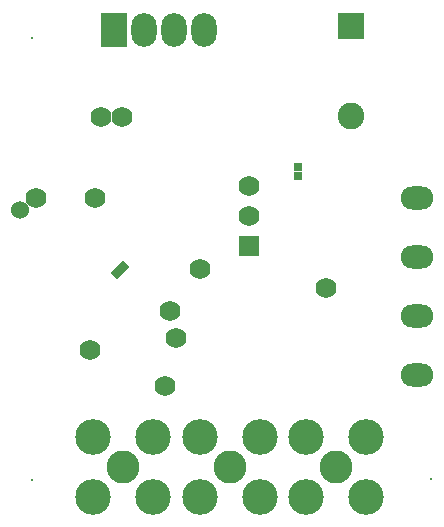
<source format=gbs>
%FSLAX25Y25*%
%MOIN*%
G70*
G01*
G75*
G04 Layer_Color=16711935*
%ADD10O,0.09843X0.02756*%
%ADD11O,0.02362X0.08661*%
%ADD12R,0.03740X0.05315*%
%ADD13R,0.02000X0.02000*%
%ADD14R,0.04134X0.05512*%
%ADD15R,0.05512X0.04134*%
%ADD16R,0.06300X0.05500*%
%ADD17O,0.06693X0.01378*%
%ADD18R,0.03543X0.02559*%
%ADD19R,0.03543X0.03740*%
%ADD20R,0.03937X0.03937*%
%ADD21R,0.05315X0.03740*%
%ADD22R,0.06102X0.09449*%
%ADD23R,0.03937X0.03937*%
%ADD24C,0.05906*%
%ADD25C,0.01000*%
%ADD26C,0.02000*%
%ADD27C,0.01600*%
%ADD28C,0.03200*%
%ADD29C,0.02800*%
%ADD30C,0.01400*%
%ADD31C,0.10827*%
%ADD32C,0.10000*%
%ADD33R,0.07480X0.10236*%
%ADD34O,0.07480X0.10236*%
%ADD35O,0.09843X0.06693*%
%ADD36R,0.07874X0.07874*%
%ADD37C,0.07874*%
%ADD38R,0.05906X0.05906*%
%ADD39C,0.03400*%
%ADD40C,0.02400*%
%ADD41C,0.05000*%
%ADD42C,0.03150*%
%ADD43C,0.03000*%
%ADD44P,0.02828X4X270.0*%
%ADD45C,0.00984*%
%ADD46C,0.01575*%
%ADD47C,0.02362*%
%ADD48C,0.00800*%
%ADD49C,0.00787*%
%ADD50C,0.00591*%
%ADD51R,0.00730X0.02560*%
%ADD52R,0.06700X0.01800*%
%ADD53R,0.00650X0.02300*%
%ADD54R,0.05906X0.78740*%
%ADD55R,0.02300X0.00650*%
%ADD56R,0.01800X0.06700*%
%ADD57R,0.02560X0.00730*%
%ADD58O,0.10866X0.03780*%
%ADD59O,0.03386X0.09685*%
%ADD60R,0.04764X0.06339*%
%ADD61R,0.03024X0.03024*%
%ADD62R,0.05158X0.06535*%
%ADD63R,0.06535X0.05158*%
%ADD64R,0.07324X0.06524*%
%ADD65O,0.07717X0.02402*%
%ADD66R,0.04567X0.03583*%
%ADD67R,0.04567X0.04764*%
%ADD68R,0.06339X0.04764*%
%ADD69R,0.07126X0.10472*%
%ADD70C,0.06929*%
%ADD71C,0.11850*%
%ADD72C,0.11024*%
%ADD73C,0.01024*%
%ADD74R,0.08504X0.11260*%
%ADD75O,0.08504X0.11260*%
%ADD76O,0.10866X0.07717*%
%ADD77R,0.08898X0.08898*%
%ADD78C,0.08898*%
%ADD79R,0.06929X0.06929*%
%ADD80C,0.06024*%
%ADD81P,0.04276X4X270.0*%
D61*
X328642Y324532D02*
D03*
Y321532D02*
D03*
D70*
X312500Y308000D02*
D03*
Y318000D02*
D03*
X259500Y263500D02*
D03*
X263000Y341000D02*
D03*
X284500Y251500D02*
D03*
X288000Y267500D02*
D03*
X241500Y314000D02*
D03*
X261000D02*
D03*
X338000Y284000D02*
D03*
X286000Y276500D02*
D03*
X296000Y290500D02*
D03*
X270000Y341000D02*
D03*
D71*
X280500Y214500D02*
D03*
X260500D02*
D03*
X280500Y234500D02*
D03*
X260500D02*
D03*
X296000D02*
D03*
X316000D02*
D03*
X296000Y214500D02*
D03*
X316000D02*
D03*
X351500D02*
D03*
X331500D02*
D03*
X351500Y234500D02*
D03*
X331500D02*
D03*
D72*
X270500Y224500D02*
D03*
X306000D02*
D03*
X341500D02*
D03*
D73*
X373000Y220500D02*
D03*
X240000Y367500D02*
D03*
Y220000D02*
D03*
D74*
X267500Y370000D02*
D03*
D75*
X277500D02*
D03*
X287500D02*
D03*
X297500D02*
D03*
D76*
X368500Y254972D02*
D03*
Y274658D02*
D03*
Y294342D02*
D03*
Y314028D02*
D03*
D77*
X346500Y371500D02*
D03*
D78*
Y341500D02*
D03*
D79*
X312500Y298000D02*
D03*
D80*
X236000Y310000D02*
D03*
D81*
X268439Y288939D02*
D03*
X270561Y291061D02*
D03*
M02*

</source>
